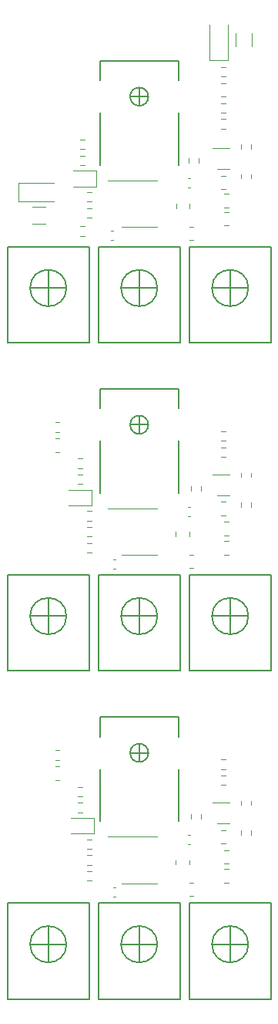
<source format=gbr>
G04 #@! TF.GenerationSoftware,KiCad,Pcbnew,5.1.9-73d0e3b20d~88~ubuntu20.04.1*
G04 #@! TF.CreationDate,2021-04-14T10:28:40-07:00*
G04 #@! TF.ProjectId,3xVCA,33785643-412e-46b6-9963-61645f706362,rev?*
G04 #@! TF.SameCoordinates,Original*
G04 #@! TF.FileFunction,Legend,Top*
G04 #@! TF.FilePolarity,Positive*
%FSLAX46Y46*%
G04 Gerber Fmt 4.6, Leading zero omitted, Abs format (unit mm)*
G04 Created by KiCad (PCBNEW 5.1.9-73d0e3b20d~88~ubuntu20.04.1) date 2021-04-14 10:28:40*
%MOMM*%
%LPD*%
G01*
G04 APERTURE LIST*
%ADD10C,0.120000*%
%ADD11C,0.150000*%
G04 APERTURE END LIST*
D10*
X9000000Y19150000D02*
X9000000Y20850000D01*
X9000000Y20850000D02*
X6450000Y20850000D01*
X9000000Y19150000D02*
X6450000Y19150000D01*
X8750000Y55150000D02*
X8750000Y56850000D01*
X8750000Y56850000D02*
X6200000Y56850000D01*
X8750000Y55150000D02*
X6200000Y55150000D01*
X9250000Y90150000D02*
X9250000Y91850000D01*
X9250000Y91850000D02*
X6700000Y91850000D01*
X9250000Y90150000D02*
X6700000Y90150000D01*
X18065000Y87772936D02*
X18065000Y88227064D01*
X19535000Y87772936D02*
X19535000Y88227064D01*
X23827064Y85865000D02*
X23372936Y85865000D01*
X23827064Y87335000D02*
X23372936Y87335000D01*
X23827064Y13765000D02*
X23372936Y13765000D01*
X23827064Y15235000D02*
X23372936Y15235000D01*
X18015000Y15772936D02*
X18015000Y16227064D01*
X19485000Y15772936D02*
X19485000Y16227064D01*
X23827064Y49765000D02*
X23372936Y49765000D01*
X23827064Y51235000D02*
X23372936Y51235000D01*
X18015000Y51772936D02*
X18015000Y52227064D01*
X19485000Y51772936D02*
X19485000Y52227064D01*
X23827064Y15865000D02*
X23372936Y15865000D01*
X23827064Y17335000D02*
X23372936Y17335000D01*
X23022936Y19535000D02*
X23477064Y19535000D01*
X23022936Y18065000D02*
X23477064Y18065000D01*
X23827064Y51865000D02*
X23372936Y51865000D01*
X23827064Y53335000D02*
X23372936Y53335000D01*
X23022936Y55535000D02*
X23477064Y55535000D01*
X23022936Y54065000D02*
X23477064Y54065000D01*
X23827064Y87865000D02*
X23372936Y87865000D01*
X23827064Y89335000D02*
X23372936Y89335000D01*
X23022936Y91335000D02*
X23477064Y91335000D01*
X23022936Y89865000D02*
X23477064Y89865000D01*
X23012742Y25522500D02*
X23487258Y25522500D01*
X23012742Y24477500D02*
X23487258Y24477500D01*
X23950000Y22560000D02*
X22050000Y22560000D01*
X22550000Y20240000D02*
X23950000Y20240000D01*
X23950000Y58560000D02*
X22050000Y58560000D01*
X22550000Y56240000D02*
X23950000Y56240000D01*
X23950000Y94360000D02*
X22050000Y94360000D01*
X22550000Y92040000D02*
X23950000Y92040000D01*
X7262742Y22522500D02*
X7737258Y22522500D01*
X7262742Y21477500D02*
X7737258Y21477500D01*
X14000000Y49690000D02*
X15950000Y49690000D01*
X14000000Y49690000D02*
X12050000Y49690000D01*
X14000000Y54810000D02*
X15950000Y54810000D01*
X14000000Y54810000D02*
X10550000Y54810000D01*
X14000000Y13690000D02*
X15950000Y13690000D01*
X14000000Y13690000D02*
X12050000Y13690000D01*
X14000000Y18810000D02*
X15950000Y18810000D01*
X14000000Y18810000D02*
X10550000Y18810000D01*
X14000000Y85690000D02*
X15950000Y85690000D01*
X14000000Y85690000D02*
X12050000Y85690000D01*
X14000000Y90810000D02*
X15950000Y90810000D01*
X14000000Y90810000D02*
X10550000Y90810000D01*
X19727500Y20762742D02*
X19727500Y21237258D01*
X20772500Y20762742D02*
X20772500Y21237258D01*
X26272500Y22737258D02*
X26272500Y22262742D01*
X25227500Y22737258D02*
X25227500Y22262742D01*
X4762742Y28272500D02*
X5237258Y28272500D01*
X4762742Y27227500D02*
X5237258Y27227500D01*
X4772936Y26485000D02*
X5227064Y26485000D01*
X4772936Y25015000D02*
X5227064Y25015000D01*
X26272500Y19487258D02*
X26272500Y19012742D01*
X25227500Y19487258D02*
X25227500Y19012742D01*
X8737258Y13977500D02*
X8262742Y13977500D01*
X8737258Y15022500D02*
X8262742Y15022500D01*
X8737258Y17477500D02*
X8262742Y17477500D01*
X8737258Y18522500D02*
X8262742Y18522500D01*
X7262742Y24272500D02*
X7737258Y24272500D01*
X7262742Y23227500D02*
X7737258Y23227500D01*
X19522936Y13735000D02*
X19977064Y13735000D01*
X19522936Y12265000D02*
X19977064Y12265000D01*
X8737258Y15727500D02*
X8262742Y15727500D01*
X8737258Y16772500D02*
X8262742Y16772500D01*
X23487258Y26227500D02*
X23012742Y26227500D01*
X23487258Y27272500D02*
X23012742Y27272500D01*
X7262742Y58522500D02*
X7737258Y58522500D01*
X7262742Y57477500D02*
X7737258Y57477500D01*
X19727500Y56762742D02*
X19727500Y57237258D01*
X20772500Y56762742D02*
X20772500Y57237258D01*
X26272500Y58737258D02*
X26272500Y58262742D01*
X25227500Y58737258D02*
X25227500Y58262742D01*
X4762742Y64272500D02*
X5237258Y64272500D01*
X4762742Y63227500D02*
X5237258Y63227500D01*
X4772936Y62485000D02*
X5227064Y62485000D01*
X4772936Y61015000D02*
X5227064Y61015000D01*
X26272500Y55487258D02*
X26272500Y55012742D01*
X25227500Y55487258D02*
X25227500Y55012742D01*
X8737258Y49977500D02*
X8262742Y49977500D01*
X8737258Y51022500D02*
X8262742Y51022500D01*
X8737258Y53477500D02*
X8262742Y53477500D01*
X8737258Y54522500D02*
X8262742Y54522500D01*
X7262742Y60272500D02*
X7737258Y60272500D01*
X7262742Y59227500D02*
X7737258Y59227500D01*
X19522936Y49735000D02*
X19977064Y49735000D01*
X19522936Y48265000D02*
X19977064Y48265000D01*
X8737258Y51727500D02*
X8262742Y51727500D01*
X8737258Y52772500D02*
X8262742Y52772500D01*
X23487258Y62227500D02*
X23012742Y62227500D01*
X23487258Y63272500D02*
X23012742Y63272500D01*
X23012742Y61522500D02*
X23487258Y61522500D01*
X23012742Y60477500D02*
X23487258Y60477500D01*
X7512742Y93522500D02*
X7987258Y93522500D01*
X7512742Y92477500D02*
X7987258Y92477500D01*
X19477500Y92762742D02*
X19477500Y93237258D01*
X20522500Y92762742D02*
X20522500Y93237258D01*
X26272500Y94737258D02*
X26272500Y94262742D01*
X25227500Y94737258D02*
X25227500Y94262742D01*
X23012742Y103272500D02*
X23487258Y103272500D01*
X23012742Y102227500D02*
X23487258Y102227500D01*
X23022936Y101485000D02*
X23477064Y101485000D01*
X23022936Y100015000D02*
X23477064Y100015000D01*
X26272500Y91487258D02*
X26272500Y91012742D01*
X25227500Y91487258D02*
X25227500Y91012742D01*
X7987258Y84727500D02*
X7512742Y84727500D01*
X7987258Y85772500D02*
X7512742Y85772500D01*
X8737258Y88477500D02*
X8262742Y88477500D01*
X8737258Y89522500D02*
X8262742Y89522500D01*
X7512742Y95272500D02*
X7987258Y95272500D01*
X7512742Y94227500D02*
X7987258Y94227500D01*
X19522936Y85735000D02*
X19977064Y85735000D01*
X19522936Y84265000D02*
X19977064Y84265000D01*
X8737258Y86727500D02*
X8262742Y86727500D01*
X8737258Y87772500D02*
X8262742Y87772500D01*
X23487258Y98227500D02*
X23012742Y98227500D01*
X23487258Y99272500D02*
X23012742Y99272500D01*
X23012742Y97522500D02*
X23487258Y97522500D01*
X23012742Y96477500D02*
X23487258Y96477500D01*
X750000Y90500000D02*
X750000Y88500000D01*
X750000Y88500000D02*
X4650000Y88500000D01*
X750000Y90500000D02*
X4650000Y90500000D01*
X21750000Y104000000D02*
X23750000Y104000000D01*
X23750000Y104000000D02*
X23750000Y107900000D01*
X21750000Y104000000D02*
X21750000Y107900000D01*
X11390580Y12240000D02*
X11109420Y12240000D01*
X11390580Y13260000D02*
X11109420Y13260000D01*
X11390580Y48240000D02*
X11109420Y48240000D01*
X11390580Y49260000D02*
X11109420Y49260000D01*
X11140580Y84240000D02*
X10859420Y84240000D01*
X11140580Y85260000D02*
X10859420Y85260000D01*
X3711252Y86090000D02*
X2288748Y86090000D01*
X3711252Y87910000D02*
X2288748Y87910000D01*
X19359420Y19010000D02*
X19640580Y19010000D01*
X19359420Y17990000D02*
X19640580Y17990000D01*
X19359420Y55010000D02*
X19640580Y55010000D01*
X19359420Y53990000D02*
X19640580Y53990000D01*
X19359420Y91010000D02*
X19640580Y91010000D01*
X19359420Y89990000D02*
X19640580Y89990000D01*
X24590000Y105538748D02*
X24590000Y106961252D01*
X26410000Y105538748D02*
X26410000Y106961252D01*
D11*
X9500000Y1000000D02*
X18500000Y1000000D01*
X18500000Y11500000D02*
X18500000Y1000000D01*
X9500000Y11500000D02*
X18500000Y11500000D01*
X9500000Y1000000D02*
X9500000Y11500000D01*
X16000000Y7000000D02*
G75*
G03*
X16000000Y7000000I-2000000J0D01*
G01*
X14000000Y9000000D02*
X14000000Y5000000D01*
X12000000Y7000000D02*
X16000000Y7000000D01*
X19500000Y1000000D02*
X28500000Y1000000D01*
X28500000Y11500000D02*
X28500000Y1000000D01*
X19500000Y11500000D02*
X28500000Y11500000D01*
X19500000Y1000000D02*
X19500000Y11500000D01*
X26000000Y7000000D02*
G75*
G03*
X26000000Y7000000I-2000000J0D01*
G01*
X24000000Y9000000D02*
X24000000Y5000000D01*
X22000000Y7000000D02*
X26000000Y7000000D01*
X-500000Y1000000D02*
X8500000Y1000000D01*
X8500000Y11500000D02*
X8500000Y1000000D01*
X-500000Y11500000D02*
X8500000Y11500000D01*
X-500000Y1000000D02*
X-500000Y11500000D01*
X6000000Y7000000D02*
G75*
G03*
X6000000Y7000000I-2000000J0D01*
G01*
X4000000Y9000000D02*
X4000000Y5000000D01*
X2000000Y7000000D02*
X6000000Y7000000D01*
X9500000Y37000000D02*
X18500000Y37000000D01*
X18500000Y47500000D02*
X18500000Y37000000D01*
X9500000Y47500000D02*
X18500000Y47500000D01*
X9500000Y37000000D02*
X9500000Y47500000D01*
X16000000Y43000000D02*
G75*
G03*
X16000000Y43000000I-2000000J0D01*
G01*
X14000000Y45000000D02*
X14000000Y41000000D01*
X12000000Y43000000D02*
X16000000Y43000000D01*
X-500000Y37000000D02*
X8500000Y37000000D01*
X8500000Y47500000D02*
X8500000Y37000000D01*
X-500000Y47500000D02*
X8500000Y47500000D01*
X-500000Y37000000D02*
X-500000Y47500000D01*
X6000000Y43000000D02*
G75*
G03*
X6000000Y43000000I-2000000J0D01*
G01*
X4000000Y45000000D02*
X4000000Y41000000D01*
X2000000Y43000000D02*
X6000000Y43000000D01*
X19500000Y37000000D02*
X28500000Y37000000D01*
X28500000Y47500000D02*
X28500000Y37000000D01*
X19500000Y47500000D02*
X28500000Y47500000D01*
X19500000Y37000000D02*
X19500000Y47500000D01*
X26000000Y43000000D02*
G75*
G03*
X26000000Y43000000I-2000000J0D01*
G01*
X24000000Y45000000D02*
X24000000Y41000000D01*
X22000000Y43000000D02*
X26000000Y43000000D01*
X-500000Y73000000D02*
X8500000Y73000000D01*
X8500000Y83500000D02*
X8500000Y73000000D01*
X-500000Y83500000D02*
X8500000Y83500000D01*
X-500000Y73000000D02*
X-500000Y83500000D01*
X6000000Y79000000D02*
G75*
G03*
X6000000Y79000000I-2000000J0D01*
G01*
X4000000Y81000000D02*
X4000000Y77000000D01*
X2000000Y79000000D02*
X6000000Y79000000D01*
X19500000Y73000000D02*
X28500000Y73000000D01*
X28500000Y83500000D02*
X28500000Y73000000D01*
X19500000Y83500000D02*
X28500000Y83500000D01*
X19500000Y73000000D02*
X19500000Y83500000D01*
X26000000Y79000000D02*
G75*
G03*
X26000000Y79000000I-2000000J0D01*
G01*
X24000000Y81000000D02*
X24000000Y77000000D01*
X22000000Y79000000D02*
X26000000Y79000000D01*
X9500000Y73000000D02*
X18500000Y73000000D01*
X18500000Y83500000D02*
X18500000Y73000000D01*
X9500000Y83500000D02*
X18500000Y83500000D01*
X9500000Y73000000D02*
X9500000Y83500000D01*
X16000000Y79000000D02*
G75*
G03*
X16000000Y79000000I-2000000J0D01*
G01*
X14000000Y81000000D02*
X14000000Y77000000D01*
X12000000Y79000000D02*
X16000000Y79000000D01*
X18318000Y20505000D02*
X18318000Y26220000D01*
X9682000Y20505000D02*
X9682000Y26220000D01*
X18318000Y31935000D02*
X9682000Y31935000D01*
X9682000Y31935000D02*
X9682000Y29776000D01*
X18318000Y31935000D02*
X18318000Y29776000D01*
X15000000Y27998000D02*
G75*
G03*
X15000000Y27998000I-1000000J0D01*
G01*
X13000000Y27998000D02*
X15000000Y27998000D01*
X14000000Y28998000D02*
X14000000Y26998000D01*
X18318000Y56505000D02*
X18318000Y62220000D01*
X9682000Y56505000D02*
X9682000Y62220000D01*
X18318000Y67935000D02*
X9682000Y67935000D01*
X9682000Y67935000D02*
X9682000Y65776000D01*
X18318000Y67935000D02*
X18318000Y65776000D01*
X15000000Y63998000D02*
G75*
G03*
X15000000Y63998000I-1000000J0D01*
G01*
X13000000Y63998000D02*
X15000000Y63998000D01*
X14000000Y64998000D02*
X14000000Y62998000D01*
X18318000Y92505000D02*
X18318000Y98220000D01*
X9682000Y92505000D02*
X9682000Y98220000D01*
X18318000Y103935000D02*
X9682000Y103935000D01*
X9682000Y103935000D02*
X9682000Y101776000D01*
X18318000Y103935000D02*
X18318000Y101776000D01*
X15000000Y99998000D02*
G75*
G03*
X15000000Y99998000I-1000000J0D01*
G01*
X13000000Y99998000D02*
X15000000Y99998000D01*
X14000000Y100998000D02*
X14000000Y98998000D01*
M02*

</source>
